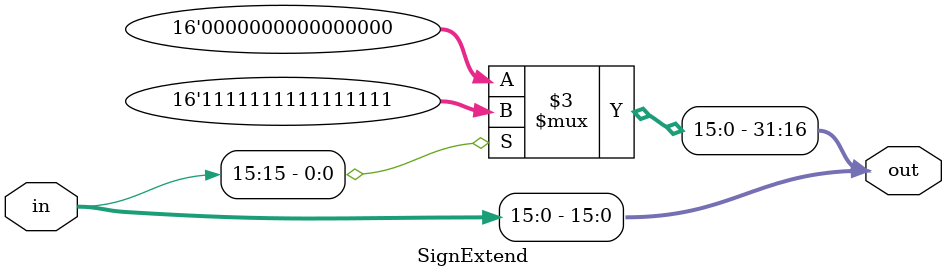
<source format=v>
/**
  * Sign Extends module 
  *
  * Extends the sign of a 16 bit number to a 32 bit number accroding the MSB
  *
  */

module SignExtend(out, in);
	output reg[31:0] out;
	input [15:0] in;

	always@(in) begin
		out[15:0] = in[15:0];
		if(in[15])
			out[31:16] = 16'hFFFF;
		else
			out[31:16] = 16'h0000;
	end

endmodule
</source>
